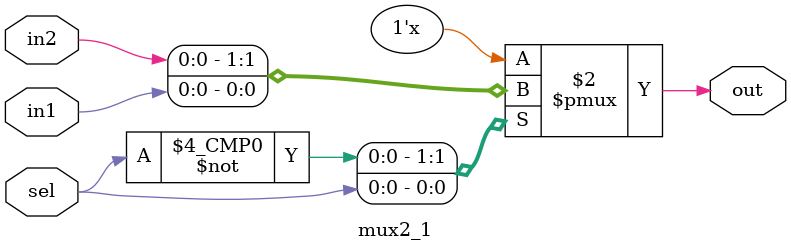
<source format=v>

module mux2_1(
    input   		in1,    //ÊäÈëÐÅºÅin1
    input   		in2,    //ÊäÈëÐÅºÅin2
    input   		sel,    //Ñ¡Ôñ¿ØÖÆÐÅºÅsel
    
    output reg		out     //Êä³öÐÅºÅout
    );
    
//*****************************************************
//**                    main code
//*****************************************************

 //out:×éºÏÂß¼­Êä³öÑ¡Ôñ½á¹û
always@(*) begin
	case(sel)
		1'b0 : 
			out <= in2;
		1'b1 :
			out <= in1;
//Èç¹ûselµÄÇé¿öÃ»ÓÐÈ«²¿ÁÐ¾Ù³öÀ´Ò»¶¨Òª¼Ódefault
//ÒòÎª´Ë´¦selÖ»ÓÐÁ½ÖÖÇé¿ö£¬²¢ÇÒ¶¼ÁÐ¾ÙÁË£¬ËùÒÔdefalut¿ÉÒÔÊ¡ÂÔÅÐ¶Ï
		default : ;
	endcase
end

endmodule
//always@(*) begin	//"*"ÎªÍ¨Åä·û£¬ÔÚÕâ¸öÄ£¿éÖÐµÄÈÎºÎÒ»¸öÊäÈëÐÅºÅ»òµçÆ½·¢Éú±ä»¯Ê±
//	if(sel == 1'b1)	//¸ÃÓï¾äÏÂ·½µÄÄ£¿é½«±»Ö´ÐÐ¡£
//		out <= in1;
//	else
//		out <= in2;
//end
//
//endmodule
//out:×éºÏÂß¼­Êä³öÑ¡Ôñ½á¹û
//´Ë´¦Ê¹ÓÃµÄÊÇÌõ¼þÔËËã·û£¨ÈýÄ¿ÔËËã·û£©£¬µ±À¨ºÅÀïÃæµÄÌõ¼þ³ÉÁ¢Ê±
//Ö´ÐÐ"?"ºóÃæµÄ½á¹û£»Èç¹ûÀ¨ºÅÀïÃæµÄÌõ¼þ²»³ÉÁ¢Ê±£¬Ö´ÐÐ"£º "ºóÃæµÄ½á¹û    
//assign out = (sel == 1'b1) ? in1 : in2;
    
//endmodule
</source>
